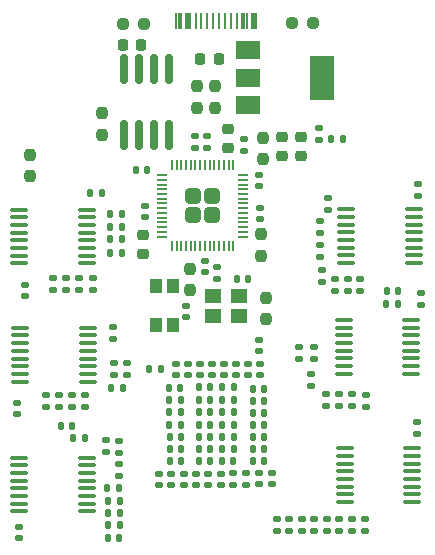
<source format=gbr>
%TF.GenerationSoftware,KiCad,Pcbnew,(6.0.11)*%
%TF.CreationDate,2024-07-20T12:09:31-05:00*%
%TF.ProjectId,BizBopWhingWhang,42697a42-6f70-4576-9869-6e675768616e,rev?*%
%TF.SameCoordinates,Original*%
%TF.FileFunction,Paste,Top*%
%TF.FilePolarity,Positive*%
%FSLAX46Y46*%
G04 Gerber Fmt 4.6, Leading zero omitted, Abs format (unit mm)*
G04 Created by KiCad (PCBNEW (6.0.11)) date 2024-07-20 12:09:31*
%MOMM*%
%LPD*%
G01*
G04 APERTURE LIST*
G04 Aperture macros list*
%AMRoundRect*
0 Rectangle with rounded corners*
0 $1 Rounding radius*
0 $2 $3 $4 $5 $6 $7 $8 $9 X,Y pos of 4 corners*
0 Add a 4 corners polygon primitive as box body*
4,1,4,$2,$3,$4,$5,$6,$7,$8,$9,$2,$3,0*
0 Add four circle primitives for the rounded corners*
1,1,$1+$1,$2,$3*
1,1,$1+$1,$4,$5*
1,1,$1+$1,$6,$7*
1,1,$1+$1,$8,$9*
0 Add four rect primitives between the rounded corners*
20,1,$1+$1,$2,$3,$4,$5,0*
20,1,$1+$1,$4,$5,$6,$7,0*
20,1,$1+$1,$6,$7,$8,$9,0*
20,1,$1+$1,$8,$9,$2,$3,0*%
G04 Aperture macros list end*
%ADD10RoundRect,0.100000X0.637500X0.100000X-0.637500X0.100000X-0.637500X-0.100000X0.637500X-0.100000X0*%
%ADD11RoundRect,0.135000X-0.185000X0.135000X-0.185000X-0.135000X0.185000X-0.135000X0.185000X0.135000X0*%
%ADD12R,1.400000X1.200000*%
%ADD13RoundRect,0.140000X0.170000X-0.140000X0.170000X0.140000X-0.170000X0.140000X-0.170000X-0.140000X0*%
%ADD14RoundRect,0.147500X-0.147500X-0.172500X0.147500X-0.172500X0.147500X0.172500X-0.147500X0.172500X0*%
%ADD15RoundRect,0.147500X-0.172500X0.147500X-0.172500X-0.147500X0.172500X-0.147500X0.172500X0.147500X0*%
%ADD16RoundRect,0.147500X0.147500X0.172500X-0.147500X0.172500X-0.147500X-0.172500X0.147500X-0.172500X0*%
%ADD17RoundRect,0.147500X0.172500X-0.147500X0.172500X0.147500X-0.172500X0.147500X-0.172500X-0.147500X0*%
%ADD18RoundRect,0.100000X-0.637500X-0.100000X0.637500X-0.100000X0.637500X0.100000X-0.637500X0.100000X0*%
%ADD19R,1.000000X1.200000*%
%ADD20RoundRect,0.135000X-0.135000X-0.185000X0.135000X-0.185000X0.135000X0.185000X-0.135000X0.185000X0*%
%ADD21RoundRect,0.237500X0.237500X-0.250000X0.237500X0.250000X-0.237500X0.250000X-0.237500X-0.250000X0*%
%ADD22RoundRect,0.140000X0.140000X0.170000X-0.140000X0.170000X-0.140000X-0.170000X0.140000X-0.170000X0*%
%ADD23RoundRect,0.225000X0.225000X0.250000X-0.225000X0.250000X-0.225000X-0.250000X0.225000X-0.250000X0*%
%ADD24RoundRect,0.135000X0.185000X-0.135000X0.185000X0.135000X-0.185000X0.135000X-0.185000X-0.135000X0*%
%ADD25RoundRect,0.225000X0.250000X-0.225000X0.250000X0.225000X-0.250000X0.225000X-0.250000X-0.225000X0*%
%ADD26RoundRect,0.135000X0.135000X0.185000X-0.135000X0.185000X-0.135000X-0.185000X0.135000X-0.185000X0*%
%ADD27R,2.000000X1.500000*%
%ADD28R,2.000000X3.800000*%
%ADD29RoundRect,0.237500X0.250000X0.237500X-0.250000X0.237500X-0.250000X-0.237500X0.250000X-0.237500X0*%
%ADD30RoundRect,0.225000X-0.250000X0.225000X-0.250000X-0.225000X0.250000X-0.225000X0.250000X0.225000X0*%
%ADD31RoundRect,0.140000X-0.170000X0.140000X-0.170000X-0.140000X0.170000X-0.140000X0.170000X0.140000X0*%
%ADD32RoundRect,0.237500X-0.237500X0.250000X-0.237500X-0.250000X0.237500X-0.250000X0.237500X0.250000X0*%
%ADD33RoundRect,0.225000X-0.225000X-0.250000X0.225000X-0.250000X0.225000X0.250000X-0.225000X0.250000X0*%
%ADD34RoundRect,0.150000X0.150000X-1.125000X0.150000X1.125000X-0.150000X1.125000X-0.150000X-1.125000X0*%
%ADD35RoundRect,0.249999X-0.395001X-0.395001X0.395001X-0.395001X0.395001X0.395001X-0.395001X0.395001X0*%
%ADD36RoundRect,0.050000X-0.387500X-0.050000X0.387500X-0.050000X0.387500X0.050000X-0.387500X0.050000X0*%
%ADD37RoundRect,0.050000X-0.050000X-0.387500X0.050000X-0.387500X0.050000X0.387500X-0.050000X0.387500X0*%
%ADD38RoundRect,0.140000X-0.140000X-0.170000X0.140000X-0.170000X0.140000X0.170000X-0.140000X0.170000X0*%
%ADD39R,0.250000X1.450000*%
%ADD40R,0.300000X1.450000*%
G04 APERTURE END LIST*
D10*
%TO.C,U5*%
X138862500Y-110275000D03*
X138862500Y-109625000D03*
X138862500Y-108975000D03*
X138862500Y-108325000D03*
X138862500Y-107675000D03*
X138862500Y-107025000D03*
X138862500Y-106375000D03*
X138862500Y-105725000D03*
X133137500Y-105725000D03*
X133137500Y-106375000D03*
X133137500Y-107025000D03*
X133137500Y-107675000D03*
X133137500Y-108325000D03*
X133137500Y-108975000D03*
X133137500Y-109625000D03*
X133137500Y-110275000D03*
%TD*%
D11*
%TO.C,R20*%
X138684000Y-121410000D03*
X138684000Y-122430000D03*
%TD*%
%TO.C,R44*%
X158625000Y-108740000D03*
X158625000Y-109760000D03*
%TD*%
D12*
%TO.C,Y1*%
X149520000Y-114730000D03*
X151720000Y-114730000D03*
X151720000Y-113030000D03*
X149520000Y-113030000D03*
%TD*%
D13*
%TO.C,C13*%
X143810000Y-106390000D03*
X143810000Y-105430000D03*
%TD*%
D14*
%TO.C,D11*%
X145885000Y-126000000D03*
X146855000Y-126000000D03*
%TD*%
D15*
%TO.C,D7*%
X152540000Y-118768000D03*
X152540000Y-119738000D03*
%TD*%
D16*
%TO.C,D48*%
X151285000Y-127020000D03*
X150315000Y-127020000D03*
%TD*%
D14*
%TO.C,D21*%
X148345000Y-123930000D03*
X149315000Y-123930000D03*
%TD*%
D17*
%TO.C,D28*%
X150220000Y-129045000D03*
X150220000Y-128075000D03*
%TD*%
D15*
%TO.C,D3*%
X148463000Y-118768000D03*
X148463000Y-119738000D03*
%TD*%
D18*
%TO.C,U11*%
X160612500Y-115067500D03*
X160612500Y-115717500D03*
X160612500Y-116367500D03*
X160612500Y-117017500D03*
X160612500Y-117667500D03*
X160612500Y-118317500D03*
X160612500Y-118967500D03*
X160612500Y-119617500D03*
X166337500Y-119617500D03*
X166337500Y-118967500D03*
X166337500Y-118317500D03*
X166337500Y-117667500D03*
X166337500Y-117017500D03*
X166337500Y-116367500D03*
X166337500Y-115717500D03*
X166337500Y-115067500D03*
%TD*%
D19*
%TO.C,D49*%
X146140000Y-115480000D03*
X144740000Y-115480000D03*
X146140000Y-112180000D03*
X144740000Y-112180000D03*
%TD*%
D10*
%TO.C,U6*%
X138952500Y-120285000D03*
X138952500Y-119635000D03*
X138952500Y-118985000D03*
X138952500Y-118335000D03*
X138952500Y-117685000D03*
X138952500Y-117035000D03*
X138952500Y-116385000D03*
X138952500Y-115735000D03*
X133227500Y-115735000D03*
X133227500Y-116385000D03*
X133227500Y-117035000D03*
X133227500Y-117685000D03*
X133227500Y-118335000D03*
X133227500Y-118985000D03*
X133227500Y-119635000D03*
X133227500Y-120285000D03*
%TD*%
D20*
%TO.C,R25*%
X140630000Y-132440000D03*
X141650000Y-132440000D03*
%TD*%
D11*
%TO.C,R50*%
X156800000Y-117340000D03*
X156800000Y-118360000D03*
%TD*%
D16*
%TO.C,D37*%
X153901000Y-123952000D03*
X152931000Y-123952000D03*
%TD*%
D13*
%TO.C,C20*%
X166850000Y-124705000D03*
X166850000Y-123745000D03*
%TD*%
D16*
%TO.C,D17*%
X141615000Y-133530000D03*
X140645000Y-133530000D03*
%TD*%
D11*
%TO.C,R53*%
X159125000Y-121340000D03*
X159125000Y-122360000D03*
%TD*%
D21*
%TO.C,R9*%
X140150000Y-99400000D03*
X140150000Y-97575000D03*
%TD*%
D22*
%TO.C,C27*%
X145130000Y-119220000D03*
X144170000Y-119220000D03*
%TD*%
D23*
%TO.C,C12*%
X150025000Y-93000000D03*
X148475000Y-93000000D03*
%TD*%
D15*
%TO.C,D2*%
X147447000Y-118768000D03*
X147447000Y-119738000D03*
%TD*%
D24*
%TO.C,R29*%
X141590000Y-128290000D03*
X141590000Y-127270000D03*
%TD*%
D11*
%TO.C,R12*%
X139375000Y-111515000D03*
X139375000Y-112535000D03*
%TD*%
D14*
%TO.C,D18*%
X148335000Y-127020000D03*
X149305000Y-127020000D03*
%TD*%
%TO.C,D41*%
X164265000Y-112600000D03*
X165235000Y-112600000D03*
%TD*%
D21*
%TO.C,R58*%
X154050000Y-115012500D03*
X154050000Y-113187500D03*
%TD*%
D17*
%TO.C,D25*%
X153416000Y-128986000D03*
X153416000Y-128016000D03*
%TD*%
D15*
%TO.C,D8*%
X153570000Y-118785000D03*
X153570000Y-119755000D03*
%TD*%
D11*
%TO.C,R23*%
X142240000Y-118680000D03*
X142240000Y-119700000D03*
%TD*%
D21*
%TO.C,R3*%
X149750000Y-97082500D03*
X149750000Y-95257500D03*
%TD*%
D13*
%TO.C,C1*%
X149080000Y-100490000D03*
X149080000Y-99530000D03*
%TD*%
D11*
%TO.C,R35*%
X157080000Y-131950000D03*
X157080000Y-132970000D03*
%TD*%
D13*
%TO.C,C26*%
X167150000Y-113780000D03*
X167150000Y-112820000D03*
%TD*%
D25*
%TO.C,C10*%
X150830000Y-100495000D03*
X150830000Y-98945000D03*
%TD*%
D14*
%TO.C,D15*%
X145855000Y-121830000D03*
X146825000Y-121830000D03*
%TD*%
D15*
%TO.C,D6*%
X151511000Y-118768000D03*
X151511000Y-119738000D03*
%TD*%
D26*
%TO.C,R41*%
X160560000Y-99780000D03*
X159540000Y-99780000D03*
%TD*%
D11*
%TO.C,R39*%
X161360000Y-131910000D03*
X161360000Y-132930000D03*
%TD*%
D21*
%TO.C,R6*%
X153590000Y-109642500D03*
X153590000Y-107817500D03*
%TD*%
D24*
%TO.C,R31*%
X140460000Y-126280000D03*
X140460000Y-125260000D03*
%TD*%
D15*
%TO.C,D5*%
X150495000Y-118768000D03*
X150495000Y-119738000D03*
%TD*%
D16*
%TO.C,D46*%
X151315000Y-124960000D03*
X150345000Y-124960000D03*
%TD*%
%TO.C,D44*%
X151295000Y-122890000D03*
X150325000Y-122890000D03*
%TD*%
D14*
%TO.C,D10*%
X145885000Y-127020000D03*
X146855000Y-127020000D03*
%TD*%
%TO.C,D16*%
X145832500Y-120790000D03*
X146802500Y-120790000D03*
%TD*%
D11*
%TO.C,R55*%
X161325000Y-121365000D03*
X161325000Y-122385000D03*
%TD*%
D16*
%TO.C,D35*%
X153901000Y-121920000D03*
X152931000Y-121920000D03*
%TD*%
D27*
%TO.C,U1*%
X152510000Y-92250000D03*
X152510000Y-94550000D03*
D28*
X158810000Y-94550000D03*
D27*
X152510000Y-96850000D03*
%TD*%
D29*
%TO.C,R2*%
X158042500Y-89930000D03*
X156217500Y-89930000D03*
%TD*%
D18*
%TO.C,U12*%
X160837500Y-105700000D03*
X160837500Y-106350000D03*
X160837500Y-107000000D03*
X160837500Y-107650000D03*
X160837500Y-108300000D03*
X160837500Y-108950000D03*
X160837500Y-109600000D03*
X160837500Y-110250000D03*
X166562500Y-110250000D03*
X166562500Y-109600000D03*
X166562500Y-108950000D03*
X166562500Y-108300000D03*
X166562500Y-107650000D03*
X166562500Y-107000000D03*
X166562500Y-106350000D03*
X166562500Y-105700000D03*
%TD*%
D16*
%TO.C,D39*%
X153901000Y-125984000D03*
X152931000Y-125984000D03*
%TD*%
D30*
%TO.C,C4*%
X157000000Y-99605000D03*
X157000000Y-101155000D03*
%TD*%
D11*
%TO.C,R48*%
X162000000Y-111615000D03*
X162000000Y-112635000D03*
%TD*%
D31*
%TO.C,C19*%
X133650000Y-112070000D03*
X133650000Y-113030000D03*
%TD*%
D16*
%TO.C,D34*%
X153901000Y-120904000D03*
X152931000Y-120904000D03*
%TD*%
D20*
%TO.C,R26*%
X140640000Y-131380000D03*
X141660000Y-131380000D03*
%TD*%
D11*
%TO.C,R52*%
X158125000Y-117365000D03*
X158125000Y-118385000D03*
%TD*%
%TO.C,R11*%
X138200000Y-111540000D03*
X138200000Y-112560000D03*
%TD*%
%TO.C,R1*%
X135975000Y-111515000D03*
X135975000Y-112535000D03*
%TD*%
%TO.C,R10*%
X137100000Y-111515000D03*
X137100000Y-112535000D03*
%TD*%
D14*
%TO.C,D22*%
X148355000Y-122890000D03*
X149325000Y-122890000D03*
%TD*%
D32*
%TO.C,R7*%
X153760000Y-99647500D03*
X153760000Y-101472500D03*
%TD*%
D20*
%TO.C,R13*%
X140830000Y-109370000D03*
X141850000Y-109370000D03*
%TD*%
D31*
%TO.C,C25*%
X154520000Y-128040000D03*
X154520000Y-129000000D03*
%TD*%
D14*
%TO.C,D14*%
X145845000Y-122890000D03*
X146815000Y-122890000D03*
%TD*%
D16*
%TO.C,D42*%
X151315000Y-120770000D03*
X150345000Y-120770000D03*
%TD*%
D20*
%TO.C,R16*%
X140870000Y-106080000D03*
X141890000Y-106080000D03*
%TD*%
D11*
%TO.C,R56*%
X162500000Y-121390000D03*
X162500000Y-122410000D03*
%TD*%
%TO.C,R38*%
X160250000Y-131910000D03*
X160250000Y-132930000D03*
%TD*%
D21*
%TO.C,R5*%
X147590000Y-112562500D03*
X147590000Y-110737500D03*
%TD*%
D11*
%TO.C,R18*%
X136499600Y-121410000D03*
X136499600Y-122430000D03*
%TD*%
D14*
%TO.C,D19*%
X148365000Y-126000000D03*
X149335000Y-126000000D03*
%TD*%
D20*
%TO.C,R21*%
X140950000Y-120840000D03*
X141970000Y-120840000D03*
%TD*%
%TO.C,R14*%
X140840000Y-108220000D03*
X141860000Y-108220000D03*
%TD*%
D17*
%TO.C,D26*%
X152350000Y-129005000D03*
X152350000Y-128035000D03*
%TD*%
D32*
%TO.C,R57*%
X134100000Y-101087500D03*
X134100000Y-102912500D03*
%TD*%
D17*
%TO.C,D32*%
X146030000Y-129065000D03*
X146030000Y-128095000D03*
%TD*%
D18*
%TO.C,U10*%
X160697500Y-125925000D03*
X160697500Y-126575000D03*
X160697500Y-127225000D03*
X160697500Y-127875000D03*
X160697500Y-128525000D03*
X160697500Y-129175000D03*
X160697500Y-129825000D03*
X160697500Y-130475000D03*
X166422500Y-130475000D03*
X166422500Y-129825000D03*
X166422500Y-129175000D03*
X166422500Y-128525000D03*
X166422500Y-127875000D03*
X166422500Y-127225000D03*
X166422500Y-126575000D03*
X166422500Y-125925000D03*
%TD*%
D31*
%TO.C,C8*%
X153420000Y-102760000D03*
X153420000Y-103720000D03*
%TD*%
D14*
%TO.C,D23*%
X148359000Y-121830000D03*
X149329000Y-121830000D03*
%TD*%
D31*
%TO.C,C21*%
X144980000Y-128100000D03*
X144980000Y-129060000D03*
%TD*%
D11*
%TO.C,R22*%
X141210000Y-118690000D03*
X141210000Y-119710000D03*
%TD*%
%TO.C,R37*%
X159180000Y-131960000D03*
X159180000Y-132980000D03*
%TD*%
D33*
%TO.C,C15*%
X141925000Y-91760000D03*
X143475000Y-91760000D03*
%TD*%
D11*
%TO.C,R36*%
X158130000Y-131930000D03*
X158130000Y-132950000D03*
%TD*%
D30*
%TO.C,C18*%
X155400000Y-99605000D03*
X155400000Y-101155000D03*
%TD*%
D31*
%TO.C,C24*%
X133100000Y-132570000D03*
X133100000Y-133530000D03*
%TD*%
D16*
%TO.C,D40*%
X153901000Y-127000000D03*
X152931000Y-127000000D03*
%TD*%
D34*
%TO.C,U2*%
X142005000Y-99415000D03*
X143275000Y-99415000D03*
X144545000Y-99415000D03*
X145815000Y-99415000D03*
X145815000Y-93865000D03*
X144545000Y-93865000D03*
X143275000Y-93865000D03*
X142005000Y-93865000D03*
%TD*%
D16*
%TO.C,D43*%
X151305000Y-121840000D03*
X150335000Y-121840000D03*
%TD*%
D32*
%TO.C,R4*%
X148170000Y-95267500D03*
X148170000Y-97092500D03*
%TD*%
D11*
%TO.C,R54*%
X160200000Y-121365000D03*
X160200000Y-122385000D03*
%TD*%
D13*
%TO.C,C23*%
X166950000Y-104560000D03*
X166950000Y-103600000D03*
%TD*%
D20*
%TO.C,R27*%
X140630000Y-130360000D03*
X141650000Y-130360000D03*
%TD*%
D13*
%TO.C,C16*%
X147300000Y-114820000D03*
X147300000Y-113860000D03*
%TD*%
D16*
%TO.C,D45*%
X151305000Y-123950000D03*
X150335000Y-123950000D03*
%TD*%
D10*
%TO.C,U7*%
X138862500Y-131275000D03*
X138862500Y-130625000D03*
X138862500Y-129975000D03*
X138862500Y-129325000D03*
X138862500Y-128675000D03*
X138862500Y-128025000D03*
X138862500Y-127375000D03*
X138862500Y-126725000D03*
X133137500Y-126725000D03*
X133137500Y-127375000D03*
X133137500Y-128025000D03*
X133137500Y-128675000D03*
X133137500Y-129325000D03*
X133137500Y-129975000D03*
X133137500Y-130625000D03*
X133137500Y-131275000D03*
%TD*%
D35*
%TO.C,U3*%
X149470000Y-104610000D03*
X149470000Y-106210000D03*
X147870000Y-104610000D03*
X147870000Y-106210000D03*
D36*
X145232500Y-102810000D03*
X145232500Y-103210000D03*
X145232500Y-103610000D03*
X145232500Y-104010000D03*
X145232500Y-104410000D03*
X145232500Y-104810000D03*
X145232500Y-105210000D03*
X145232500Y-105610000D03*
X145232500Y-106010000D03*
X145232500Y-106410000D03*
X145232500Y-106810000D03*
X145232500Y-107210000D03*
X145232500Y-107610000D03*
X145232500Y-108010000D03*
D37*
X146070000Y-108847500D03*
X146470000Y-108847500D03*
X146870000Y-108847500D03*
X147270000Y-108847500D03*
X147670000Y-108847500D03*
X148070000Y-108847500D03*
X148470000Y-108847500D03*
X148870000Y-108847500D03*
X149270000Y-108847500D03*
X149670000Y-108847500D03*
X150070000Y-108847500D03*
X150470000Y-108847500D03*
X150870000Y-108847500D03*
X151270000Y-108847500D03*
D36*
X152107500Y-108010000D03*
X152107500Y-107610000D03*
X152107500Y-107210000D03*
X152107500Y-106810000D03*
X152107500Y-106410000D03*
X152107500Y-106010000D03*
X152107500Y-105610000D03*
X152107500Y-105210000D03*
X152107500Y-104810000D03*
X152107500Y-104410000D03*
X152107500Y-104010000D03*
X152107500Y-103610000D03*
X152107500Y-103210000D03*
X152107500Y-102810000D03*
D37*
X151270000Y-101972500D03*
X150870000Y-101972500D03*
X150470000Y-101972500D03*
X150070000Y-101972500D03*
X149670000Y-101972500D03*
X149270000Y-101972500D03*
X148870000Y-101972500D03*
X148470000Y-101972500D03*
X148070000Y-101972500D03*
X147670000Y-101972500D03*
X147270000Y-101972500D03*
X146870000Y-101972500D03*
X146470000Y-101972500D03*
X146070000Y-101972500D03*
%TD*%
D15*
%TO.C,D1*%
X146431000Y-118768000D03*
X146431000Y-119738000D03*
%TD*%
D20*
%TO.C,R15*%
X140840000Y-107160000D03*
X141860000Y-107160000D03*
%TD*%
D11*
%TO.C,R34*%
X156010000Y-131960000D03*
X156010000Y-132980000D03*
%TD*%
D14*
%TO.C,D24*%
X148359000Y-120770000D03*
X149329000Y-120770000D03*
%TD*%
D22*
%TO.C,C2*%
X143990000Y-102350000D03*
X143030000Y-102350000D03*
%TD*%
D11*
%TO.C,R45*%
X158825000Y-110840000D03*
X158825000Y-111860000D03*
%TD*%
%TO.C,R46*%
X159900000Y-111615000D03*
X159900000Y-112635000D03*
%TD*%
D15*
%TO.C,D4*%
X149479000Y-118768000D03*
X149479000Y-119738000D03*
%TD*%
D14*
%TO.C,D20*%
X148355000Y-124960000D03*
X149325000Y-124960000D03*
%TD*%
D38*
%TO.C,C14*%
X139170000Y-104350000D03*
X140130000Y-104350000D03*
%TD*%
D24*
%TO.C,R30*%
X141630000Y-126310000D03*
X141630000Y-125290000D03*
%TD*%
D14*
%TO.C,D12*%
X145882500Y-124980000D03*
X146852500Y-124980000D03*
%TD*%
D39*
%TO.C,J1*%
X153205000Y-89772500D03*
X152405000Y-89772500D03*
X151080000Y-89772500D03*
X150080000Y-89772500D03*
X149580000Y-89772500D03*
X148580000Y-89772500D03*
X147255000Y-89772500D03*
X146455000Y-89772500D03*
D40*
X146730000Y-89772500D03*
X147530000Y-89772500D03*
D39*
X148080000Y-89772500D03*
X149080000Y-89772500D03*
X150580000Y-89772500D03*
X151580000Y-89772500D03*
D40*
X152130000Y-89772500D03*
X152930000Y-89772500D03*
%TD*%
D13*
%TO.C,C3*%
X148050000Y-100470000D03*
X148050000Y-99510000D03*
%TD*%
D29*
%TO.C,R8*%
X143752500Y-90030000D03*
X141927500Y-90030000D03*
%TD*%
D16*
%TO.C,D38*%
X153901000Y-124968000D03*
X152931000Y-124968000D03*
%TD*%
D31*
%TO.C,C9*%
X148850000Y-110040000D03*
X148850000Y-111000000D03*
%TD*%
D11*
%TO.C,R24*%
X141070000Y-115680000D03*
X141070000Y-116700000D03*
%TD*%
%TO.C,R17*%
X135382000Y-121410000D03*
X135382000Y-122430000D03*
%TD*%
D17*
%TO.C,D29*%
X149150000Y-129045000D03*
X149150000Y-128075000D03*
%TD*%
D11*
%TO.C,R43*%
X158600000Y-106715000D03*
X158600000Y-107735000D03*
%TD*%
D17*
%TO.C,D30*%
X148110000Y-129045000D03*
X148110000Y-128075000D03*
%TD*%
D11*
%TO.C,R51*%
X157850000Y-119640000D03*
X157850000Y-120660000D03*
%TD*%
D25*
%TO.C,C5*%
X143600000Y-109455000D03*
X143600000Y-107905000D03*
%TD*%
D16*
%TO.C,D9*%
X137627500Y-124040000D03*
X136657500Y-124040000D03*
%TD*%
D17*
%TO.C,D27*%
X151290000Y-129025000D03*
X151290000Y-128055000D03*
%TD*%
D20*
%TO.C,R28*%
X140610000Y-129280000D03*
X141630000Y-129280000D03*
%TD*%
D13*
%TO.C,C28*%
X153470000Y-117700000D03*
X153470000Y-116740000D03*
%TD*%
D11*
%TO.C,R47*%
X160950000Y-111615000D03*
X160950000Y-112635000D03*
%TD*%
D31*
%TO.C,C22*%
X132925000Y-122070000D03*
X132925000Y-123030000D03*
%TD*%
D11*
%TO.C,R40*%
X162460000Y-131900000D03*
X162460000Y-132920000D03*
%TD*%
D20*
%TO.C,R32*%
X137690000Y-125060000D03*
X138710000Y-125060000D03*
%TD*%
D26*
%TO.C,R49*%
X165260000Y-113690000D03*
X164240000Y-113690000D03*
%TD*%
D17*
%TO.C,D31*%
X147070000Y-129045000D03*
X147070000Y-128075000D03*
%TD*%
D16*
%TO.C,D36*%
X153901000Y-122936000D03*
X152931000Y-122936000D03*
%TD*%
D13*
%TO.C,C11*%
X153500000Y-106510000D03*
X153500000Y-105550000D03*
%TD*%
D17*
%TO.C,D33*%
X158496000Y-99822000D03*
X158496000Y-98852000D03*
%TD*%
D22*
%TO.C,C17*%
X152520000Y-111620000D03*
X151560000Y-111620000D03*
%TD*%
D11*
%TO.C,R33*%
X154940000Y-131940000D03*
X154940000Y-132960000D03*
%TD*%
%TO.C,R42*%
X159260000Y-104780000D03*
X159260000Y-105800000D03*
%TD*%
%TO.C,R19*%
X137617200Y-121410000D03*
X137617200Y-122430000D03*
%TD*%
D14*
%TO.C,D13*%
X145855000Y-123950000D03*
X146825000Y-123950000D03*
%TD*%
D31*
%TO.C,C7*%
X149900000Y-110620000D03*
X149900000Y-111580000D03*
%TD*%
D13*
%TO.C,C6*%
X152140000Y-100730000D03*
X152140000Y-99770000D03*
%TD*%
D16*
%TO.C,D47*%
X151295000Y-126000000D03*
X150325000Y-126000000D03*
%TD*%
M02*

</source>
